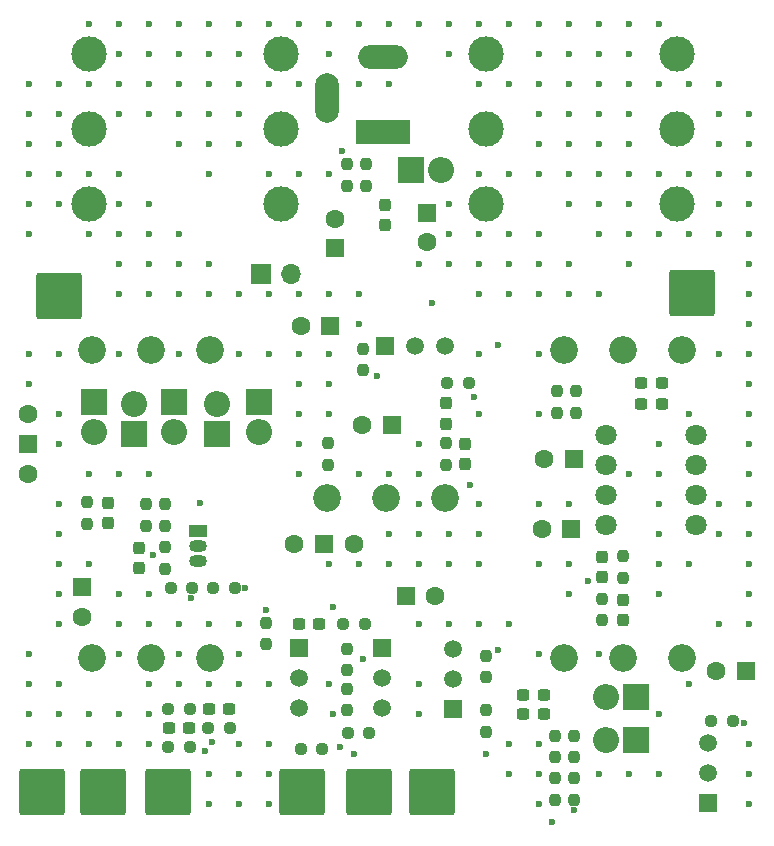
<source format=gts>
G04 #@! TF.GenerationSoftware,KiCad,Pcbnew,8.0.1*
G04 #@! TF.CreationDate,2024-08-15T13:48:40+05:00*
G04 #@! TF.ProjectId,Life_pedal,4c696665-5f70-4656-9461-6c2e6b696361,rev?*
G04 #@! TF.SameCoordinates,Original*
G04 #@! TF.FileFunction,Soldermask,Top*
G04 #@! TF.FilePolarity,Negative*
%FSLAX46Y46*%
G04 Gerber Fmt 4.6, Leading zero omitted, Abs format (unit mm)*
G04 Created by KiCad (PCBNEW 8.0.1) date 2024-08-15 13:48:40*
%MOMM*%
%LPD*%
G01*
G04 APERTURE LIST*
G04 Aperture macros list*
%AMRoundRect*
0 Rectangle with rounded corners*
0 $1 Rounding radius*
0 $2 $3 $4 $5 $6 $7 $8 $9 X,Y pos of 4 corners*
0 Add a 4 corners polygon primitive as box body*
4,1,4,$2,$3,$4,$5,$6,$7,$8,$9,$2,$3,0*
0 Add four circle primitives for the rounded corners*
1,1,$1+$1,$2,$3*
1,1,$1+$1,$4,$5*
1,1,$1+$1,$6,$7*
1,1,$1+$1,$8,$9*
0 Add four rect primitives between the rounded corners*
20,1,$1+$1,$2,$3,$4,$5,0*
20,1,$1+$1,$4,$5,$6,$7,0*
20,1,$1+$1,$6,$7,$8,$9,0*
20,1,$1+$1,$8,$9,$2,$3,0*%
G04 Aperture macros list end*
%ADD10RoundRect,0.237500X-0.237500X0.300000X-0.237500X-0.300000X0.237500X-0.300000X0.237500X0.300000X0*%
%ADD11RoundRect,0.237500X-0.237500X0.250000X-0.237500X-0.250000X0.237500X-0.250000X0.237500X0.250000X0*%
%ADD12R,2.200000X2.200000*%
%ADD13O,2.200000X2.200000*%
%ADD14R,1.600000X1.600000*%
%ADD15C,1.600000*%
%ADD16RoundRect,0.237500X0.237500X-0.250000X0.237500X0.250000X-0.237500X0.250000X-0.237500X-0.250000X0*%
%ADD17RoundRect,0.237500X0.250000X0.237500X-0.250000X0.237500X-0.250000X-0.237500X0.250000X-0.237500X0*%
%ADD18R,1.500000X1.050000*%
%ADD19O,1.500000X1.050000*%
%ADD20RoundRect,0.237500X0.300000X0.237500X-0.300000X0.237500X-0.300000X-0.237500X0.300000X-0.237500X0*%
%ADD21R,1.500000X1.500000*%
%ADD22C,1.500000*%
%ADD23RoundRect,0.250002X1.699998X-1.699998X1.699998X1.699998X-1.699998X1.699998X-1.699998X-1.699998X0*%
%ADD24R,1.700000X1.700000*%
%ADD25O,1.700000X1.700000*%
%ADD26C,1.804000*%
%ADD27RoundRect,0.237500X-0.250000X-0.237500X0.250000X-0.237500X0.250000X0.237500X-0.250000X0.237500X0*%
%ADD28C,3.000000*%
%ADD29R,4.600000X2.000000*%
%ADD30O,4.200000X2.000000*%
%ADD31O,2.000000X4.200000*%
%ADD32RoundRect,0.237500X0.237500X-0.300000X0.237500X0.300000X-0.237500X0.300000X-0.237500X-0.300000X0*%
%ADD33RoundRect,0.237500X-0.300000X-0.237500X0.300000X-0.237500X0.300000X0.237500X-0.300000X0.237500X0*%
%ADD34C,2.340000*%
%ADD35C,0.600000*%
G04 APERTURE END LIST*
D10*
X127600000Y-80537499D03*
X127600000Y-82262501D03*
D11*
X146800000Y-49912500D03*
X146800000Y-48087500D03*
X164400000Y-100087500D03*
X164400000Y-101912500D03*
D12*
X127200000Y-70940000D03*
D13*
X127200000Y-68400000D03*
D14*
X150194888Y-84600000D03*
D15*
X152694888Y-84600000D03*
D16*
X166800000Y-86712500D03*
X166800000Y-84887500D03*
D17*
X131912500Y-94200000D03*
X130087500Y-94200000D03*
D18*
X132640001Y-79130000D03*
D19*
X132640001Y-80400001D03*
X132640001Y-81670000D03*
D11*
X145200000Y-89087500D03*
X145200000Y-90912500D03*
D20*
X142862501Y-87000000D03*
X141137499Y-87000000D03*
D16*
X157000000Y-96112500D03*
X157000000Y-94287500D03*
D21*
X154200000Y-94200000D03*
D22*
X154200000Y-91660000D03*
X154200000Y-89120001D03*
D16*
X129800000Y-82312500D03*
X129800000Y-80487500D03*
D12*
X169668234Y-96800000D03*
D13*
X167128234Y-96800000D03*
D23*
X119400000Y-101200000D03*
D20*
X161862501Y-94600000D03*
X160137499Y-94600000D03*
D23*
X174400000Y-59000000D03*
D21*
X175800000Y-102200000D03*
D22*
X175800000Y-99660000D03*
X175800000Y-97120001D03*
D10*
X168600000Y-84937499D03*
X168600000Y-86662501D03*
X148400000Y-51537499D03*
X148400000Y-53262501D03*
D12*
X134200000Y-70940000D03*
D13*
X134200000Y-68400000D03*
D14*
X164205112Y-79000000D03*
D15*
X161705112Y-79000000D03*
D16*
X163000000Y-69112500D03*
X163000000Y-67287500D03*
D21*
X148150000Y-89050000D03*
D22*
X148150000Y-91590000D03*
X148150000Y-94129999D03*
D23*
X141400000Y-101200000D03*
D16*
X145200000Y-48087500D03*
X145200000Y-49912500D03*
X129800000Y-78712500D03*
X129800000Y-76887500D03*
D14*
X143805112Y-61800000D03*
D15*
X141305112Y-61800000D03*
D23*
X147085714Y-101200000D03*
D11*
X146600000Y-63687500D03*
X146600000Y-65512500D03*
D23*
X130028572Y-101200000D03*
D10*
X153600000Y-68337499D03*
X153600000Y-70062501D03*
D16*
X168600000Y-83112500D03*
X168600000Y-81287500D03*
D11*
X128200000Y-76887500D03*
X128200000Y-78712500D03*
D24*
X137950000Y-57375000D03*
D25*
X140490000Y-57375000D03*
D23*
X120800000Y-59200000D03*
D26*
X167180000Y-70990000D03*
X167180000Y-73530000D03*
X167180000Y-76070000D03*
X167180000Y-78610000D03*
X174800000Y-78610000D03*
X174800000Y-76070000D03*
X174800000Y-73530000D03*
X174800000Y-70990000D03*
D27*
X153687500Y-66600000D03*
X155512500Y-66600000D03*
D12*
X130600000Y-68203532D03*
D13*
X130600000Y-70743532D03*
D20*
X135262501Y-94200000D03*
X133537499Y-94200000D03*
D11*
X143600000Y-71687500D03*
X143600000Y-73512500D03*
D21*
X148450000Y-63450000D03*
D22*
X150990000Y-63450000D03*
X153530000Y-63450000D03*
D27*
X144887500Y-87000000D03*
X146712500Y-87000000D03*
D17*
X143112500Y-97600000D03*
X141287500Y-97600000D03*
D14*
X179000000Y-91000000D03*
D15*
X176500000Y-91000000D03*
D16*
X164400000Y-98312500D03*
X164400000Y-96487500D03*
X153600000Y-73512500D03*
X153600000Y-71687500D03*
D27*
X130087500Y-97400000D03*
X131912500Y-97400000D03*
D17*
X132112500Y-84000000D03*
X130287500Y-84000000D03*
D12*
X137800000Y-68203532D03*
D13*
X137800000Y-70743532D03*
D14*
X164405113Y-73000000D03*
D15*
X161905113Y-73000000D03*
D10*
X125000000Y-76737499D03*
X125000000Y-78462501D03*
X166800000Y-81337499D03*
X166800000Y-83062501D03*
D16*
X164600000Y-69112500D03*
X164600000Y-67287500D03*
X138400000Y-88712500D03*
X138400000Y-86887500D03*
D23*
X124600000Y-101200000D03*
D17*
X135712500Y-84000000D03*
X133887500Y-84000000D03*
D12*
X150660000Y-48600000D03*
D13*
X153200000Y-48600000D03*
D17*
X147112500Y-96200000D03*
X145287500Y-96200000D03*
D11*
X162800000Y-96487500D03*
X162800000Y-98312500D03*
D28*
X173200000Y-51435000D03*
X156970000Y-51435000D03*
X173200000Y-38735000D03*
X156970000Y-38735000D03*
X173200000Y-45085000D03*
X156970000Y-45085000D03*
D16*
X157000000Y-91512500D03*
X157000000Y-89687500D03*
D11*
X123200000Y-76687500D03*
X123200000Y-78512500D03*
D29*
X148300000Y-45335000D03*
D30*
X148300000Y-39035000D03*
D31*
X143500000Y-42435000D03*
D21*
X141150000Y-89050000D03*
D22*
X141150000Y-91590000D03*
X141150000Y-94129999D03*
D14*
X149005113Y-70200000D03*
D15*
X146505113Y-70200000D03*
D32*
X155200000Y-73462501D03*
X155200000Y-71737499D03*
D28*
X139630000Y-51435000D03*
X123400000Y-51435000D03*
X139630000Y-38735000D03*
X123400000Y-38735000D03*
X139630000Y-45085000D03*
X123400000Y-45085000D03*
D11*
X145200000Y-92487500D03*
X145200000Y-94312500D03*
D33*
X170127498Y-68400002D03*
X171852500Y-68400002D03*
D23*
X152400000Y-101200000D03*
D12*
X169668234Y-93200000D03*
D13*
X167128234Y-93200000D03*
D12*
X123800000Y-68203533D03*
D13*
X123800000Y-70743533D03*
D20*
X161862501Y-93000000D03*
X160137499Y-93000000D03*
D14*
X152000000Y-52194887D03*
D15*
X152000000Y-54694887D03*
D20*
X171862501Y-66600000D03*
X170137499Y-66600000D03*
X131862501Y-95800000D03*
X130137499Y-95800000D03*
D15*
X144200000Y-52705113D03*
D14*
X144200000Y-55205113D03*
D17*
X135312500Y-95800000D03*
X133487500Y-95800000D03*
D14*
X122800000Y-83900000D03*
D15*
X122800000Y-86400000D03*
D27*
X176037497Y-95250000D03*
X177862497Y-95250000D03*
D16*
X162800000Y-101912500D03*
X162800000Y-100087500D03*
D34*
X163600000Y-63800000D03*
X168600000Y-63800000D03*
X173600000Y-63800000D03*
D21*
X118200000Y-71740000D03*
D15*
X118200000Y-69200000D03*
X118200000Y-74280000D03*
D34*
X143550000Y-76300000D03*
X148550000Y-76300000D03*
X153550000Y-76300000D03*
X123600000Y-89900000D03*
X128600000Y-89900000D03*
X133600000Y-89900000D03*
X123600000Y-63800000D03*
X128600000Y-63800000D03*
X133600000Y-63800000D03*
D21*
X143260000Y-80200000D03*
D15*
X145800000Y-80200000D03*
X140720000Y-80200000D03*
D34*
X163600000Y-89900000D03*
X168600000Y-89900000D03*
X173600000Y-89900000D03*
D35*
X179275000Y-102230000D03*
X179275000Y-99690000D03*
X179275000Y-97150000D03*
X179275000Y-86990000D03*
X179275000Y-84450000D03*
X179275000Y-81910000D03*
X179275000Y-79370000D03*
X179275000Y-76830000D03*
X179275000Y-74290000D03*
X179275000Y-71750000D03*
X179275000Y-69210000D03*
X179275000Y-66670000D03*
X179275000Y-64130000D03*
X179275000Y-61590000D03*
X179275000Y-59050000D03*
X179275000Y-56510000D03*
X179275000Y-53970000D03*
X179275000Y-51430000D03*
X179275000Y-48890000D03*
X179275000Y-46350000D03*
X179275000Y-43810000D03*
X176735000Y-86990000D03*
X176735000Y-79370000D03*
X176735000Y-76830000D03*
X176735000Y-64130000D03*
X176735000Y-53970000D03*
X176735000Y-51430000D03*
X176735000Y-48890000D03*
X176735000Y-46350000D03*
X176735000Y-43810000D03*
X176735000Y-41270000D03*
X174195000Y-92070000D03*
X174195000Y-81910000D03*
X174195000Y-69210000D03*
X174195000Y-53970000D03*
X174195000Y-48890000D03*
X174195000Y-41270000D03*
X171655000Y-99690000D03*
X171655000Y-94610000D03*
X171655000Y-84450000D03*
X171655000Y-81910000D03*
X171655000Y-79370000D03*
X171655000Y-76830000D03*
X171655000Y-74290000D03*
X171655000Y-71750000D03*
X171655000Y-53970000D03*
X171655000Y-48890000D03*
X171655000Y-41270000D03*
X171655000Y-36190000D03*
X169115000Y-99690000D03*
X169115000Y-74290000D03*
X169115000Y-56510000D03*
X169115000Y-53970000D03*
X169115000Y-51430000D03*
X169115000Y-48890000D03*
X169115000Y-46350000D03*
X169115000Y-43810000D03*
X169115000Y-41270000D03*
X169115000Y-38730000D03*
X169115000Y-36190000D03*
X166575000Y-99690000D03*
X166575000Y-89530000D03*
X166575000Y-59050000D03*
X166575000Y-53970000D03*
X166575000Y-51430000D03*
X166575000Y-48890000D03*
X166575000Y-46350000D03*
X166575000Y-43810000D03*
X166575000Y-41270000D03*
X166575000Y-38730000D03*
X166575000Y-36190000D03*
X164035000Y-84450000D03*
X164035000Y-81910000D03*
X164035000Y-76830000D03*
X164035000Y-59050000D03*
X164035000Y-56510000D03*
X164035000Y-51430000D03*
X164035000Y-48890000D03*
X164035000Y-46350000D03*
X164035000Y-43810000D03*
X164035000Y-41270000D03*
X164035000Y-38730000D03*
X164035000Y-36190000D03*
X161495000Y-102230000D03*
X161495000Y-99690000D03*
X161495000Y-97150000D03*
X161495000Y-89530000D03*
X161495000Y-81910000D03*
X161495000Y-76830000D03*
X161495000Y-69210000D03*
X161495000Y-64130000D03*
X161495000Y-59050000D03*
X161495000Y-56510000D03*
X161495000Y-53970000D03*
X161495000Y-48890000D03*
X161495000Y-46350000D03*
X161495000Y-43810000D03*
X161495000Y-41270000D03*
X161495000Y-38730000D03*
X161495000Y-36190000D03*
X158955000Y-99690000D03*
X158955000Y-97150000D03*
X158955000Y-86990000D03*
X158955000Y-59050000D03*
X158955000Y-56510000D03*
X158955000Y-53970000D03*
X158955000Y-48890000D03*
X158955000Y-41270000D03*
X158955000Y-36190000D03*
X156415000Y-86990000D03*
X156415000Y-81910000D03*
X156415000Y-79370000D03*
X156415000Y-76830000D03*
X156415000Y-69210000D03*
X156415000Y-64130000D03*
X156415000Y-59050000D03*
X156415000Y-56510000D03*
X156415000Y-53970000D03*
X156415000Y-48890000D03*
X156415000Y-41270000D03*
X156415000Y-36190000D03*
X153875000Y-86990000D03*
X153875000Y-81910000D03*
X153875000Y-79370000D03*
X153875000Y-56510000D03*
X153875000Y-53970000D03*
X153875000Y-51430000D03*
X153875000Y-38730000D03*
X153875000Y-36190000D03*
X151335000Y-94610000D03*
X151335000Y-92070000D03*
X151335000Y-86990000D03*
X151335000Y-81910000D03*
X151335000Y-79370000D03*
X151335000Y-76830000D03*
X151335000Y-74290000D03*
X151335000Y-71750000D03*
X151335000Y-56510000D03*
X151335000Y-36190000D03*
X148795000Y-81910000D03*
X148795000Y-79370000D03*
X148795000Y-74290000D03*
X148795000Y-41270000D03*
X148795000Y-36190000D03*
X146255000Y-81910000D03*
X146255000Y-74290000D03*
X146255000Y-61590000D03*
X146255000Y-59050000D03*
X146255000Y-41270000D03*
X146255000Y-36190000D03*
X143715000Y-92070000D03*
X143715000Y-81910000D03*
X143715000Y-69210000D03*
X143715000Y-66670000D03*
X143715000Y-64130000D03*
X143715000Y-59050000D03*
X143715000Y-48890000D03*
X143715000Y-38730000D03*
X143715000Y-36190000D03*
X141175000Y-74290000D03*
X141175000Y-71750000D03*
X141175000Y-69210000D03*
X141175000Y-66670000D03*
X141175000Y-64130000D03*
X141175000Y-59050000D03*
X141175000Y-48890000D03*
X141175000Y-41270000D03*
X141175000Y-36190000D03*
X138635000Y-102230000D03*
X138635000Y-99690000D03*
X138635000Y-97150000D03*
X138635000Y-92070000D03*
X138635000Y-64130000D03*
X138635000Y-59050000D03*
X138635000Y-48890000D03*
X138635000Y-41270000D03*
X138635000Y-36190000D03*
X136095000Y-102230000D03*
X136095000Y-99690000D03*
X136095000Y-97150000D03*
X136095000Y-92070000D03*
X136095000Y-89530000D03*
X136095000Y-86990000D03*
X136095000Y-64130000D03*
X136095000Y-59050000D03*
X136095000Y-46350000D03*
X136095000Y-43810000D03*
X136095000Y-41270000D03*
X136095000Y-38730000D03*
X136095000Y-36190000D03*
X133555000Y-102230000D03*
X133555000Y-99690000D03*
X133555000Y-92070000D03*
X133555000Y-86990000D03*
X133555000Y-59050000D03*
X133555000Y-56510000D03*
X133555000Y-48890000D03*
X133555000Y-46350000D03*
X133555000Y-43810000D03*
X133555000Y-41270000D03*
X133555000Y-38730000D03*
X133555000Y-36190000D03*
X131015000Y-92070000D03*
X131015000Y-89530000D03*
X131015000Y-86990000D03*
X131015000Y-64130000D03*
X131015000Y-59050000D03*
X131015000Y-56510000D03*
X131015000Y-53970000D03*
X131015000Y-46350000D03*
X131015000Y-43810000D03*
X131015000Y-41270000D03*
X131015000Y-38730000D03*
X131015000Y-36190000D03*
X128475000Y-97150000D03*
X128475000Y-94610000D03*
X128475000Y-92070000D03*
X128475000Y-86990000D03*
X128475000Y-84450000D03*
X128475000Y-74290000D03*
X128475000Y-59050000D03*
X128475000Y-56510000D03*
X128475000Y-53970000D03*
X128475000Y-51430000D03*
X128475000Y-43810000D03*
X128475000Y-41270000D03*
X128475000Y-38730000D03*
X128475000Y-36190000D03*
X125935000Y-97150000D03*
X125935000Y-94610000D03*
X125935000Y-89530000D03*
X125935000Y-86990000D03*
X125935000Y-84450000D03*
X125935000Y-74290000D03*
X125935000Y-64130000D03*
X125935000Y-59050000D03*
X125935000Y-56510000D03*
X125935000Y-53970000D03*
X125935000Y-51430000D03*
X125935000Y-48890000D03*
X125935000Y-43810000D03*
X125935000Y-41270000D03*
X125935000Y-38730000D03*
X125935000Y-36190000D03*
X123395000Y-97150000D03*
X123395000Y-94610000D03*
X123395000Y-81910000D03*
X123395000Y-74290000D03*
X123395000Y-53970000D03*
X123395000Y-48890000D03*
X123395000Y-41270000D03*
X123395000Y-36190000D03*
X120855000Y-97150000D03*
X120855000Y-94610000D03*
X120855000Y-92070000D03*
X120855000Y-86990000D03*
X120855000Y-84450000D03*
X120855000Y-81910000D03*
X120855000Y-79370000D03*
X120855000Y-76830000D03*
X120855000Y-71750000D03*
X120855000Y-69210000D03*
X120855000Y-64130000D03*
X120855000Y-51430000D03*
X120855000Y-48890000D03*
X120855000Y-46350000D03*
X120855000Y-43810000D03*
X120855000Y-41270000D03*
X118315000Y-97150000D03*
X118315000Y-94610000D03*
X118315000Y-92070000D03*
X118315000Y-89530000D03*
X118315000Y-66670000D03*
X118315000Y-64130000D03*
X118315000Y-53970000D03*
X118315000Y-51430000D03*
X118315000Y-48890000D03*
X118315000Y-46350000D03*
X118315000Y-43810000D03*
X118315000Y-41270000D03*
X144000000Y-85600000D03*
X145800000Y-98000000D03*
X157000000Y-98000000D03*
X132800000Y-76800000D03*
X162600000Y-103800000D03*
X146600000Y-90000000D03*
X133200000Y-97800000D03*
X158000000Y-89200000D03*
X165600000Y-83400000D03*
X144600000Y-97400000D03*
X156000000Y-67800000D03*
X132000000Y-84800000D03*
X147800000Y-66000000D03*
X144800000Y-47000000D03*
X155600000Y-75200000D03*
X164400000Y-102800000D03*
X178800000Y-95400000D03*
X133800000Y-97000000D03*
X144000000Y-94600000D03*
X138400000Y-85800000D03*
X136600000Y-84000000D03*
X158000000Y-63400000D03*
X152400000Y-59800000D03*
X128800000Y-81200000D03*
M02*

</source>
